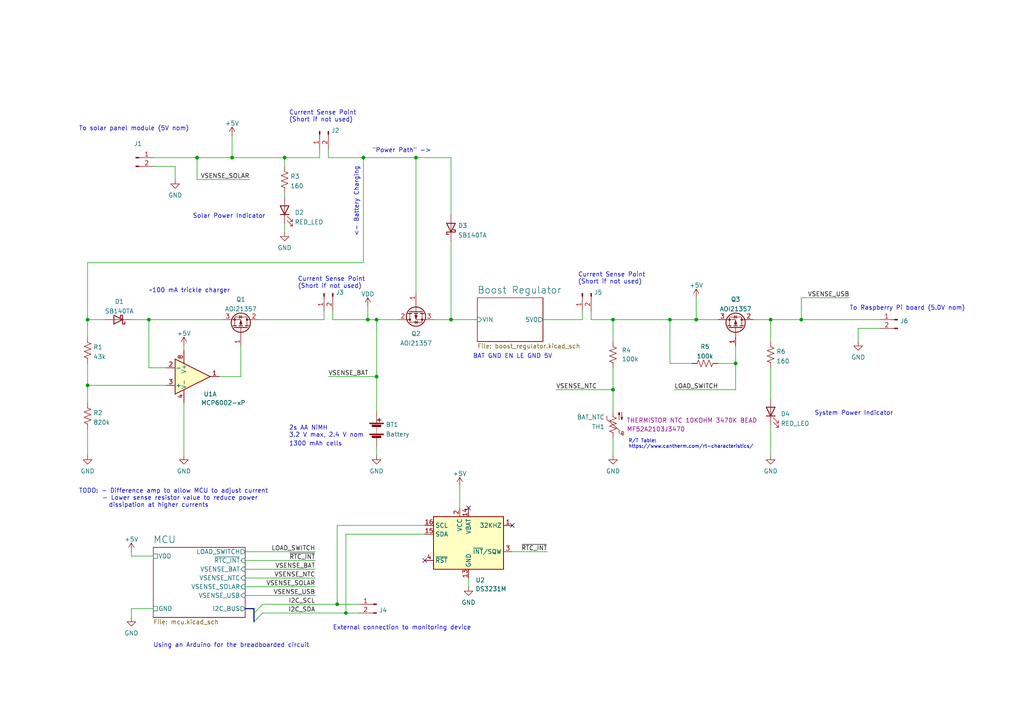
<source format=kicad_sch>
(kicad_sch (version 20211123) (generator eeschema)
  (paper "A4")
  (title_block (title "Solar Charger Breadboard") (date "2022-02-07") (rev "0.0.2") (company "Ribbit"))
  (lib_symbols
    (symbol "Amplifier_Operational:MCP6002-xP" (pin_names (offset 0.127))
      (property "Reference" "U" (at 0 5.08 0))
      (property "Value" "MCP6002-xP" (at 0 -5.08 0))
      (symbol "MCP6002-xP_1_1"
        (polyline (pts (xy -5.08 5.08) (xy 5.08 0) (xy -5.08 -5.08) (xy -5.08 5.08)) (stroke (width 0.254)) (fill (type background)))
        (pin output line (at 7.62 0 180) (length 2.54) (name "~") (number "1"))
        (pin input line (at -7.62 -2.54 0) (length 2.54) (name "-") (number "2"))
        (pin input line (at -7.62 2.54 0) (length 2.54) (name "+") (number "3"))
      )
      (symbol "MCP6002-xP_2_1"
        (polyline (pts (xy -5.08 5.08) (xy 5.08 0) (xy -5.08 -5.08) (xy -5.08 5.08)) (stroke (width 0.254)) (fill (type background)))
        (pin input line (at -7.62 2.54 0) (length 2.54) (name "+") (number "5"))
        (pin input line (at -7.62 -2.54 0) (length 2.54) (name "-") (number "6"))
        (pin output line (at 7.62 0 180) (length 2.54) (name "~") (number "7"))
      )
      (symbol "MCP6002-xP_3_1"
        (pin power_in line (at -2.54 -7.62 90) (length 3.81) (name "V-") (number "4"))
        (pin power_in line (at -2.54 7.62 270) (length 3.81) (name "V+") (number "8"))
      )
    )
    (symbol "Connector:Conn_01x02_Male" (pin_names (offset 1.016) hide)
      (property "Reference" "J" (at 0 2.54 0))
      (property "Value" "Conn_01x02_Male" (at 0 -5.08 0))
      (symbol "Conn_01x02_Male_1_1"
        (polyline (pts (xy 1.27 -2.54) (xy 0.8636 -2.54)) (stroke (width 0.1524)))
        (polyline (pts (xy 1.27 0) (xy 0.8636 0)) (stroke (width 0.1524)))
        (rectangle (start 0.8636 -2.413) (end 0 -2.667) (stroke (width 0.1524)) (fill (type outline)))
        (rectangle (start 0.8636 0.127) (end 0 -0.127) (stroke (width 0.1524)) (fill (type outline)))
        (pin passive line (at 5.08 0 180) (length 3.81) (name "Pin_1") (number "1"))
        (pin passive line (at 5.08 -2.54 180) (length 3.81) (name "Pin_2") (number "2"))
      )
    )
    (symbol "Device:Battery" (pin_numbers hide) (pin_names (offset 0) hide)
      (property "Reference" "BT" (at 2.54 2.54 0))
      (property "Value" "Battery" (at 2.54 0 0))
      (symbol "Battery_0_1"
        (rectangle (start -2.032 -1.397) (end 2.032 -1.651) (fill (type outline)))
        (rectangle (start -2.032 1.778) (end 2.032 1.524) (fill (type outline)))
        (rectangle (start -1.3208 -1.9812) (end 1.27 -2.4892) (fill (type outline)))
        (rectangle (start -1.3208 1.1938) (end 1.27 0.6858) (fill (type outline)))
        (polyline (pts (xy 0 -1.524) (xy 0 -1.27)))
        (polyline (pts (xy 0 -1.016) (xy 0 -0.762)))
        (polyline (pts (xy 0 -0.508) (xy 0 -0.254)))
        (polyline (pts (xy 0 0) (xy 0 0.254)))
        (polyline (pts (xy 0 0.508) (xy 0 0.762)))
        (polyline (pts (xy 0 1.778) (xy 0 2.54)))
        (polyline (pts (xy 0.254 2.667) (xy 1.27 2.667)) (stroke (width 0.254)))
        (polyline (pts (xy 0.762 3.175) (xy 0.762 2.159)) (stroke (width 0.254)))
      )
      (symbol "Battery_1_1"
        (pin passive line (at 0 5.08 270) (length 2.54) (name "+") (number "1"))
        (pin passive line (at 0 -5.08 90) (length 2.54) (name "-") (number "2"))
      )
    )
    (symbol "Device:D_Schottky" (pin_numbers hide) (pin_names (offset 1.016) hide)
      (property "Reference" "D" (at 0 2.54 0))
      (property "Value" "D_Schottky" (at 0 -2.54 0))
      (symbol "D_Schottky_0_1"
        (polyline (pts (xy 1.27 0) (xy -1.27 0)))
        (polyline (pts (xy 1.27 1.27) (xy 1.27 -1.27) (xy -1.27 0) (xy 1.27 1.27)) (stroke (width 0.254)))
        (polyline (pts (xy -1.905 0.635) (xy -1.905 1.27) (xy -1.27 1.27) (xy -1.27 -1.27) (xy -0.635 -1.27) (xy -0.635 -0.635)) (stroke (width 0.254)))
      )
      (symbol "D_Schottky_1_1"
        (pin passive line (at -3.81 0 0) (length 2.54) (name "K") (number "1"))
        (pin passive line (at 3.81 0 180) (length 2.54) (name "A") (number "2"))
      )
    )
    (symbol "Device:LED" (pin_numbers hide) (pin_names (offset 1.016) hide)
      (property "Reference" "D" (at 0 2.54 0))
      (property "Value" "LED" (at 0 -2.54 0))
      (symbol "LED_0_1"
        (polyline (pts (xy -1.27 -1.27) (xy -1.27 1.27)) (stroke (width 0.254)))
        (polyline (pts (xy -1.27 0) (xy 1.27 0)))
        (polyline (pts (xy 1.27 -1.27) (xy 1.27 1.27) (xy -1.27 0) (xy 1.27 -1.27)) (stroke (width 0.254)))
        (polyline (pts (xy -3.048 -0.762) (xy -4.572 -2.286) (xy -3.81 -2.286) (xy -4.572 -2.286) (xy -4.572 -1.524)))
        (polyline (pts (xy -1.778 -0.762) (xy -3.302 -2.286) (xy -2.54 -2.286) (xy -3.302 -2.286) (xy -3.302 -1.524)))
      )
      (symbol "LED_1_1"
        (pin passive line (at -3.81 0 0) (length 2.54) (name "K") (number "1"))
        (pin passive line (at 3.81 0 180) (length 2.54) (name "A") (number "2"))
      )
    )
    (symbol "Device:Q_PMOS_GDS" (pin_names (offset 0) hide)
      (property "Reference" "Q" (at 5.08 1.27 0))
      (property "Value" "Q_PMOS_GDS" (at 5.08 -1.27 0))
      (symbol "Q_PMOS_GDS_0_1"
        (polyline (pts (xy 0.254 0) (xy -2.54 0)))
        (polyline (pts (xy 0.254 1.905) (xy 0.254 -1.905)) (stroke (width 0.254)))
        (polyline (pts (xy 0.762 -1.27) (xy 0.762 -2.286)) (stroke (width 0.254)))
        (polyline (pts (xy 0.762 0.508) (xy 0.762 -0.508)) (stroke (width 0.254)))
        (polyline (pts (xy 0.762 2.286) (xy 0.762 1.27)) (stroke (width 0.254)))
        (polyline (pts (xy 2.54 2.54) (xy 2.54 1.778)))
        (polyline (pts (xy 2.54 -2.54) (xy 2.54 0) (xy 0.762 0)))
        (polyline (pts (xy 0.762 1.778) (xy 3.302 1.778) (xy 3.302 -1.778) (xy 0.762 -1.778)))
        (polyline (pts (xy 2.286 0) (xy 1.27 0.381) (xy 1.27 -0.381) (xy 2.286 0)) (fill (type outline)))
        (polyline (pts (xy 2.794 -0.508) (xy 2.921 -0.381) (xy 3.683 -0.381) (xy 3.81 -0.254)))
        (polyline (pts (xy 3.302 -0.381) (xy 2.921 0.254) (xy 3.683 0.254) (xy 3.302 -0.381)))
        (circle (center 1.651 0) (radius 2.794) (stroke (width 0.254)))
        (circle (center 2.54 -1.778) (radius 0.254) (fill (type outline)))
        (circle (center 2.54 1.778) (radius 0.254) (fill (type outline)))
      )
      (symbol "Q_PMOS_GDS_1_1"
        (pin input line (at -5.08 0 0) (length 2.54) (name "G") (number "1"))
        (pin passive line (at 2.54 5.08 270) (length 2.54) (name "D") (number "2"))
        (pin passive line (at 2.54 -5.08 90) (length 2.54) (name "S") (number "3"))
      )
    )
    (symbol "Device:R_US" (pin_numbers hide) (pin_names (offset 0))
      (property "Reference" "R" (at 2.54 0 90))
      (property "Value" "R_US" (at -2.54 0 90))
      (symbol "R_US_0_1"
        (polyline (pts (xy 0 -2.286) (xy 0 -2.54)))
        (polyline (pts (xy 0 2.286) (xy 0 2.54)))
        (polyline (pts (xy 0 -0.762) (xy 1.016 -1.143) (xy 0 -1.524) (xy -1.016 -1.905) (xy 0 -2.286)))
        (polyline (pts (xy 0 0.762) (xy 1.016 0.381) (xy 0 0) (xy -1.016 -0.381) (xy 0 -0.762)))
        (polyline (pts (xy 0 2.286) (xy 1.016 1.905) (xy 0 1.524) (xy -1.016 1.143) (xy 0 0.762)))
      )
      (symbol "R_US_1_1"
        (pin passive line (at 0 3.81 270) (length 1.27) (name "~") (number "1"))
        (pin passive line (at 0 -3.81 90) (length 1.27) (name "~") (number "2"))
      )
    )
    (symbol "Device:Thermistor_NTC_US" (pin_numbers hide) (pin_names (offset 0))
      (property "Reference" "TH" (at -4.445 0 90))
      (property "Value" "Thermistor_NTC_US" (at 3.175 0 90))
      (symbol "Thermistor_NTC_US_0_1"
        (arc (start -3.048 2.159) (mid -3.0505 2.3165) (end -3.175 2.413))
        (arc (start -3.048 2.159) (mid -2.9736 1.9794) (end -2.794 1.905))
        (arc (start -3.048 2.794) (mid -2.9736 2.6144) (end -2.794 2.54))
        (arc (start -2.794 1.905) (mid -2.6144 1.9794) (end -2.54 2.159))
        (arc (start -2.794 2.54) (mid -2.434 2.5608) (end -2.159 2.794))
        (arc (start -2.794 3.048) (mid -2.9736 2.9736) (end -3.048 2.794))
        (arc (start -2.54 2.794) (mid -2.6144 2.9736) (end -2.794 3.048))
        (polyline (pts (xy -2.54 2.159) (xy -2.54 2.794)))
        (polyline (pts (xy 0 -2.286) (xy 0 -2.54)))
        (polyline (pts (xy 0 2.286) (xy 0 2.54)))
        (polyline (pts (xy -1.778 2.54) (xy -1.778 1.524) (xy 1.778 -1.524) (xy 1.778 -2.54)))
        (polyline (pts (xy 0 -0.762) (xy 1.016 -1.143) (xy 0 -1.524) (xy -1.016 -1.905) (xy 0 -2.286)))
        (polyline (pts (xy 0 0.762) (xy 1.016 0.381) (xy 0 0) (xy -1.016 -0.381) (xy 0 -0.762)))
        (polyline (pts (xy 0 2.286) (xy 1.016 1.905) (xy 0 1.524) (xy -1.016 1.143) (xy 0 0.762)))
        (polyline (pts (xy -2.54 -3.683) (xy -2.54 -1.397) (xy -2.794 -2.159) (xy -2.286 -2.159) (xy -2.54 -1.397) (xy -2.54 -1.651)) (fill (type outline)))
        (polyline (pts (xy -1.778 -1.397) (xy -1.778 -3.683) (xy -2.032 -2.921) (xy -1.524 -2.921) (xy -1.778 -3.683) (xy -1.778 -3.429)) (fill (type outline)))
      )
      (symbol "Thermistor_NTC_US_1_1"
        (pin passive line (at 0 3.81 270) (length 1.27) (name "~") (number "1"))
        (pin passive line (at 0 -3.81 90) (length 1.27) (name "~") (number "2"))
      )
    )
    (symbol "Timer_RTC:DS3231M"
      (property "Reference" "U" (at -7.62 8.89 0))
      (property "Value" "DS3231M" (at 10.16 8.89 0))
      (symbol "DS3231M_0_1"
        (rectangle (start -10.16 7.62) (end 10.16 -7.62) (stroke (width 0.254)) (fill (type background)))
      )
      (symbol "DS3231M_1_1"
        (pin open_collector line (at 12.7 5.08 180) (length 2.54) (name "32KHZ") (number "1"))
        (pin passive line (at 0 -10.16 90) (length 2.54) hide (name "GND") (number "10"))
        (pin passive line (at 0 -10.16 90) (length 2.54) hide (name "GND") (number "11"))
        (pin passive line (at 0 -10.16 90) (length 2.54) hide (name "GND") (number "12"))
        (pin power_in line (at 0 -10.16 90) (length 2.54) (name "GND") (number "13"))
        (pin power_in line (at 0 10.16 270) (length 2.54) (name "VBAT") (number "14"))
        (pin bidirectional line (at -12.7 2.54 0) (length 2.54) (name "SDA") (number "15"))
        (pin input line (at -12.7 5.08 0) (length 2.54) (name "SCL") (number "16"))
        (pin power_in line (at -2.54 10.16 270) (length 2.54) (name "VCC") (number "2"))
        (pin open_collector line (at 12.7 -2.54 180) (length 2.54) (name "~{INT}/SQW") (number "3"))
        (pin bidirectional line (at -12.7 -5.08 0) (length 2.54) (name "~{RST}") (number "4"))
        (pin passive line (at 0 -10.16 90) (length 2.54) hide (name "GND") (number "5"))
        (pin passive line (at 0 -10.16 90) (length 2.54) hide (name "GND") (number "6"))
        (pin passive line (at 0 -10.16 90) (length 2.54) hide (name "GND") (number "7"))
        (pin passive line (at 0 -10.16 90) (length 2.54) hide (name "GND") (number "8"))
        (pin passive line (at 0 -10.16 90) (length 2.54) hide (name "GND") (number "9"))
      )
    )
    (symbol "power:+5V_HOT" (power) (pin_names (offset 0))
      (property "Value" "+5V_HOT" (at 0 3.556 0))
      (symbol "+5V_HOT_0_1"
        (polyline (pts (xy -0.762 1.27) (xy 0 2.54)))
        (polyline (pts (xy 0 0) (xy 0 2.54)))
        (polyline (pts (xy 0 2.54) (xy 0.762 1.27)))
      )
      (symbol "+5V_HOT_1_1"
        (pin power_in line (at 0 0 90) (length 0) hide (name "+5V") (number "1"))
      )
    )
    (symbol "power:+5V_SOLAR" (power) (pin_names (offset 0))
      (property "Value" "+5V_SOLAR" (at 0 3.556 0))
      (symbol "+5V_SOLAR_0_1"
        (polyline (pts (xy -0.762 1.27) (xy 0 2.54)))
        (polyline (pts (xy 0 0) (xy 0 2.54)))
        (polyline (pts (xy 0 2.54) (xy 0.762 1.27)))
      )
      (symbol "+5V_SOLAR_1_1"
        (pin power_in line (at 0 0 90) (length 0) hide (name "+5V") (number "1"))
      )
    )
    (symbol "power:GND" (power) (pin_names (offset 0))
      (property "Value" "GND" (at 0 -3.81 0))
      (symbol "GND_0_1"
        (polyline (pts (xy 0 0) (xy 0 -1.27) (xy 1.27 -1.27) (xy 0 -2.54) (xy -1.27 -1.27) (xy 0 -1.27)))
      )
      (symbol "GND_1_1"
        (pin power_in line (at 0 0 270) (length 0) hide (name "GND") (number "1"))
      )
    )
    (symbol "power:VBAT" (power) (pin_names (offset 0))
      (property "Value" "VBAT" (at 0 3.81 0))
      (symbol "VBAT_0_1"
        (polyline (pts (xy -0.762 1.27) (xy 0 2.54)))
        (polyline (pts (xy 0 0) (xy 0 2.54)))
        (polyline (pts (xy 0 2.54) (xy 0.762 1.27)))
      )
      (symbol "VBAT_1_1"
        (pin power_in line (at 0 0 90) (length 0) hide (name "VDD") (number "1"))
      )
    )
  )
  (junction (at 43.18 92.71))
  (junction (at 67.31 45.72))
  (junction (at 106.68 92.71))
  (junction (at 232.41 92.71))
  (junction (at 177.8 113.03))
  (junction (at 109.22 109.22))
  (junction (at 223.52 92.71))
  (junction (at 177.8 92.71))
  (junction (at 82.55 45.72))
  (junction (at 100.33 177.8))
  (junction (at 57.15 45.72))
  (junction (at 105.41 45.72))
  (junction (at 130.81 92.71))
  (junction (at 120.65 45.72))
  (junction (at 213.36 105.41))
  (junction (at 194.31 92.71))
  (junction (at 97.79 175.26))
  (junction (at 201.93 92.71))
  (junction (at 25.4 92.71))
  (junction (at 109.22 92.71))
  (junction (at 25.4 111.76))
  (no_connect (at 135.89 147.32))
  (no_connect (at 148.59 152.4))
  (no_connect (at 123.19 162.56))
  (bus_entry (at 76.2 177.8) (size -2.54 2.54))
  (bus_entry (at 76.2 175.26) (size -2.54 2.54))
  (wire (pts (xy 168.91 92.71) (xy 168.91 90.17)))
  (wire (pts (xy 130.81 92.71) (xy 138.43 92.71)))
  (wire (pts (xy 148.59 160.02) (xy 158.75 160.02)))
  (wire (pts (xy 109.22 129.54) (xy 109.22 132.08)))
  (wire (pts (xy 82.55 55.88) (xy 82.55 57.15)))
  (wire (pts (xy 232.41 92.71) (xy 255.27 92.71)))
  (wire (pts (xy 109.22 109.22) (xy 109.22 119.38)))
  (wire (pts (xy 213.36 105.41) (xy 213.36 113.03)))
  (wire (pts (xy 125.73 92.71) (xy 130.81 92.71)))
  (wire (pts (xy 44.45 45.72) (xy 57.15 45.72)))
  (wire (pts (xy 25.4 92.71) (xy 30.48 92.71)))
  (wire (pts (xy 93.98 90.17) (xy 93.98 92.71)))
  (wire (pts (xy 106.68 88.9) (xy 106.68 92.71)))
  (wire (pts (xy 97.79 175.26) (xy 104.14 175.26)))
  (wire (pts (xy 38.1 161.29) (xy 44.45 161.29)))
  (wire (pts (xy 135.89 167.64) (xy 135.89 170.18)))
  (wire (pts (xy 25.4 124.46) (xy 25.4 132.08)))
  (wire (pts (xy 120.65 45.72) (xy 120.65 85.09)))
  (wire (pts (xy 130.81 45.72) (xy 130.81 62.23)))
  (wire (pts (xy 38.1 92.71) (xy 43.18 92.71)))
  (wire (pts (xy 25.4 76.2) (xy 105.41 76.2)))
  (wire (pts (xy 177.8 127) (xy 177.8 132.08)))
  (wire (pts (xy 223.52 123.19) (xy 223.52 132.08)))
  (wire (pts (xy 201.93 92.71) (xy 208.28 92.71)))
  (wire (pts (xy 76.2 177.8) (xy 100.33 177.8)))
  (wire (pts (xy 76.2 175.26) (xy 97.79 175.26)))
  (wire (pts (xy 38.1 160.02) (xy 38.1 161.29)))
  (wire (pts (xy 82.55 45.72) (xy 92.71 45.72)))
  (wire (pts (xy 177.8 113.03) (xy 177.8 119.38)))
  (wire (pts (xy 96.52 90.17) (xy 96.52 92.71)))
  (wire (pts (xy 38.1 176.53) (xy 38.1 179.07)))
  (wire (pts (xy 25.4 76.2) (xy 25.4 92.71)))
  (wire (pts (xy 177.8 92.71) (xy 177.8 99.06)))
  (wire (pts (xy 44.45 48.26) (xy 50.8 48.26)))
  (wire (pts (xy 106.68 92.71) (xy 109.22 92.71)))
  (wire (pts (xy 82.55 64.77) (xy 82.55 67.31)))
  (wire (pts (xy 97.79 152.4) (xy 97.79 175.26)))
  (wire (pts (xy 232.41 86.36) (xy 232.41 92.71)))
  (wire (pts (xy 133.35 140.97) (xy 133.35 147.32)))
  (wire (pts (xy 223.52 106.68) (xy 223.52 115.57)))
  (wire (pts (xy 255.27 95.25) (xy 248.92 95.25)))
  (wire (pts (xy 123.19 154.94) (xy 100.33 154.94)))
  (wire (pts (xy 123.19 152.4) (xy 97.79 152.4)))
  (wire (pts (xy 194.31 92.71) (xy 201.93 92.71)))
  (wire (pts (xy 95.25 45.72) (xy 105.41 45.72)))
  (wire (pts (xy 92.71 43.18) (xy 92.71 45.72)))
  (wire (pts (xy 43.18 92.71) (xy 43.18 106.68)))
  (wire (pts (xy 71.12 172.72) (xy 91.44 172.72)))
  (wire (pts (xy 43.18 106.68) (xy 48.26 106.68)))
  (wire (pts (xy 100.33 154.94) (xy 100.33 177.8)))
  (wire (pts (xy 50.8 48.26) (xy 50.8 52.07)))
  (wire (pts (xy 248.92 95.25) (xy 248.92 99.06)))
  (wire (pts (xy 96.52 92.71) (xy 106.68 92.71)))
  (wire (pts (xy 105.41 45.72) (xy 120.65 45.72)))
  (wire (pts (xy 130.81 69.85) (xy 130.81 92.71)))
  (wire (pts (xy 109.22 92.71) (xy 109.22 109.22)))
  (wire (pts (xy 69.85 100.33) (xy 69.85 109.22)))
  (wire (pts (xy 171.45 90.17) (xy 171.45 92.71)))
  (wire (pts (xy 71.12 160.02) (xy 91.44 160.02)))
  (wire (pts (xy 213.36 105.41) (xy 208.28 105.41)))
  (wire (pts (xy 201.93 86.36) (xy 201.93 92.71)))
  (wire (pts (xy 194.31 92.71) (xy 194.31 105.41)))
  (wire (pts (xy 232.41 86.36) (xy 246.38 86.36)))
  (wire (pts (xy 67.31 45.72) (xy 82.55 45.72)))
  (wire (pts (xy 25.4 111.76) (xy 25.4 116.84)))
  (wire (pts (xy 25.4 111.76) (xy 48.26 111.76)))
  (bus (pts (xy 73.66 177.8) (xy 73.66 180.34)))
  (wire (pts (xy 161.29 113.03) (xy 177.8 113.03)))
  (wire (pts (xy 105.41 45.72) (xy 105.41 76.2)))
  (wire (pts (xy 71.12 165.1) (xy 91.44 165.1)))
  (wire (pts (xy 63.5 109.22) (xy 69.85 109.22)))
  (wire (pts (xy 53.34 100.33) (xy 53.34 101.6)))
  (wire (pts (xy 57.15 45.72) (xy 57.15 52.07)))
  (wire (pts (xy 223.52 92.71) (xy 232.41 92.71)))
  (wire (pts (xy 43.18 92.71) (xy 64.77 92.71)))
  (wire (pts (xy 213.36 100.33) (xy 213.36 105.41)))
  (wire (pts (xy 53.34 116.84) (xy 53.34 132.08)))
  (wire (pts (xy 71.12 170.18) (xy 91.44 170.18)))
  (wire (pts (xy 218.44 92.71) (xy 223.52 92.71)))
  (wire (pts (xy 71.12 167.64) (xy 91.44 167.64)))
  (wire (pts (xy 109.22 92.71) (xy 115.57 92.71)))
  (wire (pts (xy 57.15 52.07) (xy 72.39 52.07)))
  (wire (pts (xy 82.55 45.72) (xy 82.55 48.26)))
  (wire (pts (xy 157.48 92.71) (xy 168.91 92.71)))
  (wire (pts (xy 171.45 92.71) (xy 177.8 92.71)))
  (wire (pts (xy 223.52 92.71) (xy 223.52 99.06)))
  (wire (pts (xy 120.65 45.72) (xy 130.81 45.72)))
  (wire (pts (xy 100.33 177.8) (xy 104.14 177.8)))
  (wire (pts (xy 25.4 92.71) (xy 25.4 97.79)))
  (wire (pts (xy 57.15 45.72) (xy 67.31 45.72)))
  (bus (pts (xy 71.12 176.53) (xy 73.66 176.53)))
  (bus (pts (xy 73.66 176.53) (xy 73.66 177.8)))
  (wire (pts (xy 177.8 92.71) (xy 194.31 92.71)))
  (wire (pts (xy 71.12 162.56) (xy 91.44 162.56)))
  (wire (pts (xy 44.45 176.53) (xy 38.1 176.53)))
  (wire (pts (xy 177.8 106.68) (xy 177.8 113.03)))
  (wire (pts (xy 195.58 113.03) (xy 213.36 113.03)))
  (wire (pts (xy 74.93 92.71) (xy 93.98 92.71)))
  (wire (pts (xy 67.31 39.37) (xy 67.31 45.72)))
  (wire (pts (xy 95.25 43.18) (xy 95.25 45.72)))
  (wire (pts (xy 200.66 105.41) (xy 194.31 105.41)))
  (wire (pts (xy 25.4 105.41) (xy 25.4 111.76)))
  (wire (pts (xy 95.25 109.22) (xy 109.22 109.22)))
  (text "<- Battery Charging" (at 104.14 48.26 270) (effects (font (size 1.27 1.27)) (justify right bottom)))
  (text "To solar panel module (5V nom)" (at 22.86 38.1 0) (effects (font (size 1.27 1.27)) (justify left bottom)))
  (text "Solar Power Indicator" (at 55.88 63.5 0) (effects (font (size 1.27 1.27)) (justify left bottom)))
  (text "Current Sense Point\n(Short if not used)" (at 86.36 83.82 0) (effects (font (size 1.27 1.27)) (justify left bottom)))
  (text "~100 mA trickle charger" (at 43.18 85.09 0) (effects (font (size 1.27 1.27)) (justify left bottom)))
  (text "TODO: - Difference amp to allow MCU to adjust current\n	  - Lower sense resistor value to reduce power\n	    dissipation at higher currents" (at 22.86 147.32 0) (effects (font (size 1.27 1.27)) (justify left bottom)))
  (text "R/T Table:\nhttps://www.cantherm.com/rt-characteristics/" (at 182.245 130.175 0) (effects (font (size 1 1)) (justify left bottom)))
  (text "2s AA NiMH\n3.2 V max, 2.4 V nom" (at 83.82 127 0) (effects (font (size 1.27 1.27)) (justify left bottom)))
  (text "BAT GND EN LE GND 5V" (at 137.16 104.14 0) (effects (font (size 1.27 1.27)) (justify left bottom)))
  (text "Current Sense Point\n(Short if not used)" (at 83.82 35.56 0) (effects (font (size 1.27 1.27)) (justify left bottom)))
  (text "\"Power Path\" ->" (at 107.95 44.45 0) (effects (font (size 1.27 1.27)) (justify left bottom)))
  (text "External connection to monitoring device" (at 96.52 182.88 0) (effects (font (size 1.27 1.27)) (justify left bottom)))
  (text "Using an Arduino for the breadboarded circuit" (at 44.45 187.96 0) (effects (font (size 1.27 1.27)) (justify left bottom)))
  (text "System Power Indicator" (at 236.22 120.65 0) (effects (font (size 1.27 1.27)) (justify left bottom)))
  (text "Current Sense Point\n(Short if not used)" (at 167.64 82.55 0) (effects (font (size 1.27 1.27)) (justify left bottom)))
  (text "1300 mAh cells" (at 83.82 129.54 0) (effects (font (size 1.27 1.27)) (justify left bottom)))
  (text "To Raspberry Pi board (5.0V nom)" (at 246.38 90.17 0) (effects (font (size 1.27 1.27)) (justify left bottom)))
  (label "LOAD_SWITCH" (at 91.44 160.02 180))
  (label "LOAD_SWITCH" (at 195.58 113.03 0))
  (label "~{RTC_INT}" (at 158.75 160.02 180))
  (label "VSENSE_SOLAR" (at 72.39 52.07 180))
  (label "~{RTC_INT}" (at 91.44 162.56 180))
  (label "VSENSE_NTC" (at 161.29 113.03 0))
  (label "VSENSE_NTC" (at 91.44 167.64 180))
  (label "VSENSE_SOLAR" (at 91.44 170.18 180))
  (label "VSENSE_BAT" (at 91.44 165.1 180))
  (label "I2C_SCL" (at 91.44 175.26 180))
  (label "I2C_SDA" (at 91.44 177.8 180))
  (label "VSENSE_BAT" (at 95.25 109.22 0))
  (label "VSENSE_USB" (at 91.44 172.72 180))
  (label "VSENSE_USB" (at 246.38 86.36 180))
  (symbol (lib_id "power:+5V_SOLAR") (at 67.31 39.37 0) (unit 1)
    (property "Reference" "#PWR07" (effects hide))
    (property "Value" "+5V_SOLAR" (at 67.31 35.7655 0))
  )
  (symbol (lib_id "Connector:Conn_01x02_Male") (at 109.22 175.26 0) (mirror y) (unit 1)
    (property "Reference" "J4" (at 109.9312 177.009 0) (effects (justify right)))
    (property "Value" "ISENSE_SOLAR" (effects hide))
  )
  (symbol (lib_id "power:GND") (at 135.89 170.18 0) (unit 1)
    (property "Reference" "#PWR012" (effects hide))
    (property "Value" "GND" (at 135.89 174.7425 0))
  )
  (symbol (lib_id "power:+5V_SOLAR") (at 53.34 100.33 0) (unit 1)
    (property "Reference" "#PWR05" (effects hide))
    (property "Value" "+5V_SOLAR" (at 53.34 96.7255 0))
  )
  (symbol (lib_id "power:+5V_HOT") (at 201.93 86.36 0) (unit 1)
    (property "Reference" "#PWR014" (effects hide))
    (property "Value" "+5V_HOT" (at 201.93 82.7555 0))
  )
  (symbol (lib_id "Device:D_Schottky") (at 130.81 66.04 90) (unit 1)
    (property "Reference" "D3" (at 132.842 65.449 90) (effects (justify right)))
    (property "Value" "SB140TA" (at 132.842 68.2241 90) (effects (justify right)))
    (property "Datasheet" "http://www.smc-diodes.com/propdf/SB120%20THRU%20SB160%20N0869%20REV.C.pdf" (effects hide))
  )
  (symbol (lib_id "Device:Battery") (at 109.22 124.46 0) (unit 1)
    (property "Reference" "BT1" (at 111.887 123.1705 0) (effects (justify left)))
    (property "Value" "Battery" (at 111.887 125.9456 0) (effects (justify left)))
  )
  (symbol (lib_id "Device:R_US") (at 25.4 101.6 0) (unit 1)
    (property "Reference" "R1" (at 27.051 100.6915 0) (effects (justify left)))
    (property "Value" "43k" (at 27.051 103.4666 0) (effects (justify left)))
  )
  (symbol (lib_id "power:+5V_HOT") (at 38.1 160.02 0) (unit 1)
    (property "Reference" "#PWR02" (effects hide))
    (property "Value" "+5V_HOT" (at 38.1 156.4155 0))
  )
  (symbol (lib_id "Device:R_US") (at 82.55 52.07 0) (unit 1)
    (property "Reference" "R3" (at 84.201 51.1615 0) (effects (justify left)))
    (property "Value" "160" (at 84.201 53.9366 0) (effects (justify left)))
  )
  (symbol (lib_id "Device:R_US") (at 177.8 102.87 0) (unit 1)
    (property "Reference" "R4" (at 180.34 101.5999 0) (effects (justify left)))
    (property "Value" "100k" (at 180.34 104.1399 0) (effects (justify left)))
  )
  (symbol (lib_id "Device:D_Schottky") (at 34.29 92.71 180) (unit 1)
    (property "Reference" "D1" (at 34.6075 87.4735 0))
    (property "Value" "SB140TA" (at 34.6075 90.2486 0))
    (property "Datasheet" "http://www.smc-diodes.com/propdf/SB120%20THRU%20SB160%20N0869%20REV.C.pdf" (effects hide))
  )
  (symbol (lib_id "Device:Q_PMOS_GDS") (at 213.36 95.25 270) (mirror x) (unit 1)
    (property "Reference" "Q3" (at 213.36 86.8385 90))
    (property "Value" "AOI21357" (at 213.36 89.6136 90))
  )
  (symbol (lib_id "Connector:Conn_01x02_Male") (at 39.37 45.72 0) (unit 1)
    (property "Reference" "J1" (at 40.005 41.6773 0))
    (property "Value" "Conn_01x02_Male" (effects hide))
  )
  (symbol (lib_id "Device:LED") (at 223.52 119.38 90) (unit 1)
    (property "Reference" "D4" (at 226.441 120.059 90) (effects (justify right)))
    (property "Value" "RED_LED" (at 226.441 122.8341 90) (effects (justify right)))
  )
  (symbol (lib_id "power:GND") (at 82.55 67.31 0) (unit 1)
    (property "Reference" "#PWR08" (effects hide))
    (property "Value" "GND" (at 82.55 71.8725 0))
  )
  (symbol (lib_id "Device:R_US") (at 204.47 105.41 90) (unit 1)
    (property "Reference" "R5" (at 204.47 100.5545 90))
    (property "Value" "100k" (at 204.47 103.3296 90))
  )
  (symbol (lib_id "power:+5V_HOT") (at 133.35 140.97 0) (unit 1)
    (property "Reference" "#PWR011" (effects hide))
    (property "Value" "+5V_HOT" (at 133.35 137.3655 0))
  )
  (symbol (lib_id "power:GND") (at 109.22 132.08 0) (unit 1)
    (property "Reference" "#PWR010" (effects hide))
    (property "Value" "GND" (at 109.22 136.6425 0))
  )
  (symbol (lib_id "Device:R_US") (at 223.52 102.87 0) (unit 1)
    (property "Reference" "R6" (at 225.171 101.9615 0) (effects (justify left)))
    (property "Value" "160" (at 225.171 104.7366 0) (effects (justify left)))
  )
  (symbol (lib_id "Device:Q_PMOS_GDS") (at 69.85 95.25 270) (mirror x) (unit 1)
    (property "Reference" "Q1" (at 69.85 86.8385 90))
    (property "Value" "AOI21357" (at 69.85 89.6136 90))
  )
  (symbol (lib_id "Device:LED") (at 82.55 60.96 90) (unit 1)
    (property "Reference" "D2" (at 85.471 61.639 90) (effects (justify right)))
    (property "Value" "RED_LED" (at 85.471 64.4141 90) (effects (justify right)))
  )
  (symbol (lib_id "power:GND") (at 177.8 132.08 0) (unit 1)
    (property "Reference" "#PWR013" (effects hide))
    (property "Value" "GND" (at 177.8 136.6425 0))
  )
  (symbol (lib_id "Connector:Conn_01x02_Male") (at 93.98 85.09 90) (mirror x) (unit 1)
    (property "Reference" "J3" (at 97.3582 84.8165 90) (effects (justify right)))
    (property "Value" "ISENSE_SOLAR" (effects hide))
  )
  (symbol (lib_id "power:GND") (at 38.1 179.07 0) (unit 1)
    (property "Reference" "#PWR03" (effects hide))
    (property "Value" "GND" (at 38.1 183.6325 0))
  )
  (symbol (lib_id "power:GND") (at 223.52 132.08 0) (unit 1)
    (property "Reference" "#PWR015" (effects hide))
    (property "Value" "GND" (at 223.52 136.6425 0))
  )
  (symbol (lib_id "Amplifier_Operational:MCP6002-xP") (at 55.88 109.22 0) (mirror x) (unit 1)
    (property "Reference" "U1" (at 60.96 114.3 0))
    (property "Value" "MCP6002-xP" (at 64.77 116.84 0))
    (property "Datasheet" "http://ww1.microchip.com/downloads/en/DeviceDoc/21733j.pdf" (effects hide))
  )
  (symbol (lib_id "Connector:Conn_01x02_Male") (at 92.71 38.1 90) (mirror x) (unit 1)
    (property "Reference" "J2" (at 96.0882 37.8265 90) (effects (justify right)))
    (property "Value" "ISENSE_SOLAR" (effects hide))
  )
  (symbol (lib_id "Amplifier_Operational:MCP6002-xP") (at 55.88 109.22 0) (unit 3)
    (property "Reference" "U1" (effects hide))
    (property "Value" "MCP6002-xP" (effects hide))
    (property "Datasheet" "http://ww1.microchip.com/downloads/en/DeviceDoc/21733j.pdf" (effects hide))
  )
  (symbol (lib_id "Device:Q_PMOS_GDS") (at 120.65 90.17 90) (mirror x) (unit 1)
    (property "Reference" "Q2" (at 120.65 96.7645 90))
    (property "Value" "AOI21357" (at 120.65 99.5396 90))
  )
  (symbol (lib_id "Device:Thermistor_NTC_US") (at 177.8 123.19 180) (unit 1)
    (property "Reference" "TH1" (at 175.387 123.781 0) (effects (justify left)))
    (property "Value" "BAT_NTC" (at 175.387 121.0059 0) (effects (justify left)))
    (property "MPN" "MF52A2103J3470" (at 190.246 124.46 0))
    (property "Description" "THERMISTOR NTC 10KOHM 3470K BEAD" (at 200.66 121.92 0))
  )
  (symbol (lib_id "power:GND") (at 25.4 132.08 0) (unit 1)
    (property "Reference" "#PWR01" (effects hide))
    (property "Value" "GND" (at 25.4 136.6425 0))
  )
  (symbol (lib_id "Timer_RTC:DS3231M") (at 135.89 157.48 0) (unit 1)
    (property "Reference" "U2" (at 137.9094 168.275 0) (effects (justify left)))
    (property "Value" "DS3231M" (at 137.9094 170.815 0) (effects (justify left)))
    (property "Footprint" "Package_SO:SOIC-16W_7.5x10.3mm_P1.27mm" (effects hide))
    (property "Datasheet" "http://datasheets.maximintegrated.com/en/ds/DS3231.pdf" (effects hide))
  )
  (symbol (lib_id "Connector:Conn_01x02_Male") (at 260.35 92.71 0) (mirror y) (unit 1)
    (property "Reference" "J6" (at 261.0612 93.0715 0) (effects (justify right)))
    (property "Value" "Conn_01x02_Male" (effects hide))
  )
  (symbol (lib_id "Connector:Conn_01x02_Male") (at 168.91 85.09 90) (mirror x) (unit 1)
    (property "Reference" "J5" (at 172.2882 84.8165 90) (effects (justify right)))
    (property "Value" "ISENSE_DISCHARGE" (effects hide))
  )
  (symbol (lib_id "Device:R_US") (at 25.4 120.65 0) (unit 1)
    (property "Reference" "R2" (at 27.051 119.7415 0) (effects (justify left)))
    (property "Value" "820k" (at 27.051 122.5166 0) (effects (justify left)))
  )
  (symbol (lib_id "power:GND") (at 50.8 52.07 0) (unit 1)
    (property "Reference" "#PWR04" (effects hide))
    (property "Value" "GND" (at 50.8 56.6325 0))
  )
  (symbol (lib_id "power:GND") (at 53.34 132.08 0) (unit 1)
    (property "Reference" "#PWR06" (effects hide))
    (property "Value" "GND" (at 53.34 136.6425 0))
  )
  (symbol (lib_id "power:VBAT") (at 106.68 88.9 0) (unit 1)
    (property "Reference" "#PWR09" (effects hide))
    (property "Value" "VBAT" (at 106.68 85.2955 0))
  )
  (symbol (lib_id "power:GND") (at 248.92 99.06 0) (mirror y) (unit 1)
    (property "Reference" "#PWR016" (effects hide))
    (property "Value" "GND" (at 248.92 103.6225 0))
  )
  (sheet (at 138.43 86.36) (size 19.05 12.7) (stroke (width 0.1524))
    (property "Sheet name" "Boost Regulator" (at 138.43 85.2834 0) (effects (font (size 2 2)) (justify left bottom)))
    (property "Sheet file" "boost_regulator.kicad_sch" (at 138.43 99.6446 0) (effects (justify left top)))
    (pin "VIN" input (at 138.43 92.71 180))
    (pin "5V0" output (at 157.48 92.71 0))
  )
  (sheet (at 44.45 158.75) (size 26.67 20.32) (stroke (width 0.1524))
    (property "Sheet name" "MCU" (at 44.45 157.6734 0) (effects (font (size 2 2)) (justify left bottom)))
    (property "Sheet file" "mcu.kicad_sch" (at 44.45 179.6546 0) (effects (justify left top)))
    (pin "VSENSE_USB" input (at 71.12 172.72 0))
    (pin "VSENSE_SOLAR" input (at 71.12 170.18 0))
    (pin "VSENSE_BAT" input (at 71.12 165.1 0))
    (pin "LOAD_SWITCH" output (at 71.12 160.02 0))
    (pin "VSENSE_NTC" input (at 71.12 167.64 0))
    (pin "I2C_BUS" output (at 71.12 176.53 0))
    (pin "GND" passive (at 44.45 176.53 180))
    (pin "VDD" passive (at 44.45 161.29 180))
    (pin "~{RTC_INT}" input (at 71.12 162.56 0))
  )
)
</source>
